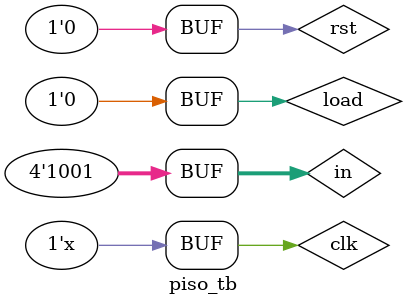
<source format=v>
module piso(in,load,clk,rst,so);
  input load,clk,rst;
  input [3:0]in;
  output so;
  reg [3:0]q;
  
  always @(posedge clk,posedge rst)
  begin
    if(rst) q<=4'b0;
    else
      begin
        if(load)
          q<=in;
        else
          q<= q>>1;
      end
  end
  assign so=q[0];
endmodule

module piso_tb;
  reg load,clk,rst;
  reg [3:0]in;
  wire so;
  piso R4(in,load,clk,rst,so);
  
  always
  #5 clk=~clk;
  
  initial
  begin
    load=1;clk=0;rst=1;in=1101;#10;
    
    rst=0;#10;
    load=0;#40;
    load=1;in=1001;#10;
    load=0;
  end
endmodule
    
    
      
          
</source>
